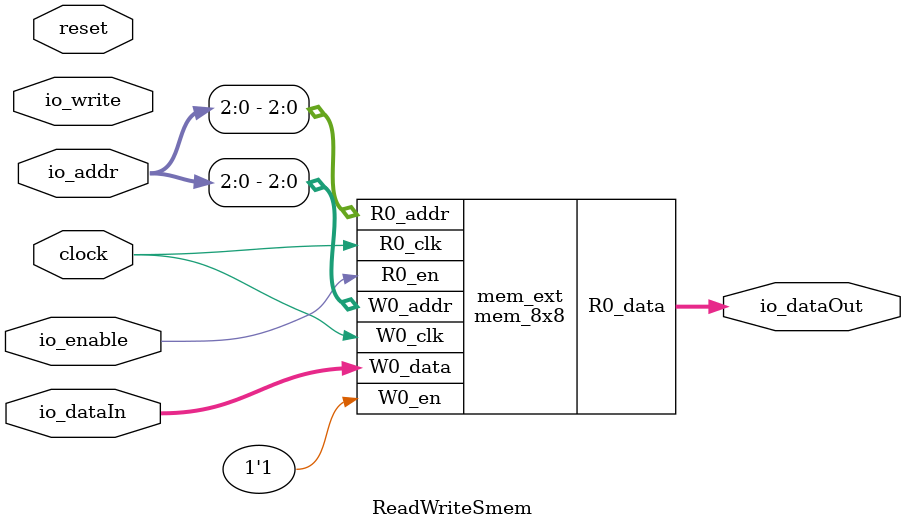
<source format=v>
module mem_8x8(
  input  [2:0] R0_addr,
  input        R0_en,
               R0_clk,
  input  [2:0] W0_addr,
  input        W0_en,
               W0_clk,
  input  [7:0] W0_data,
  output [7:0] R0_data
);

  reg [7:0] Memory[0:7];
  reg       _R0_en_d0;
  reg [2:0] _R0_addr_d0;
  always @(posedge R0_clk) begin
    _R0_en_d0 <= R0_en;
    _R0_addr_d0 <= R0_addr;
  end // always @(posedge)
  always @(posedge W0_clk) begin
    if (W0_en)
      Memory[W0_addr] <= W0_data;
  end // always @(posedge)
  assign R0_data = _R0_en_d0 ? Memory[_R0_addr_d0] : 8'bx;
endmodule

module ReadWriteSmem(
  input        clock,
               reset,
               io_enable,
               io_write,
  input  [9:0] io_addr,
  input  [7:0] io_dataIn,
  output [7:0] io_dataOut
);

  mem_8x8 mem_ext (
    .R0_addr (io_addr[2:0]),
    .R0_en   (io_enable),
    .R0_clk  (clock),
    .W0_addr (io_addr[2:0]),
    .W0_en   (1'h1),
    .W0_clk  (clock),
    .W0_data (io_dataIn),
    .R0_data (io_dataOut)
  );
endmodule


</source>
